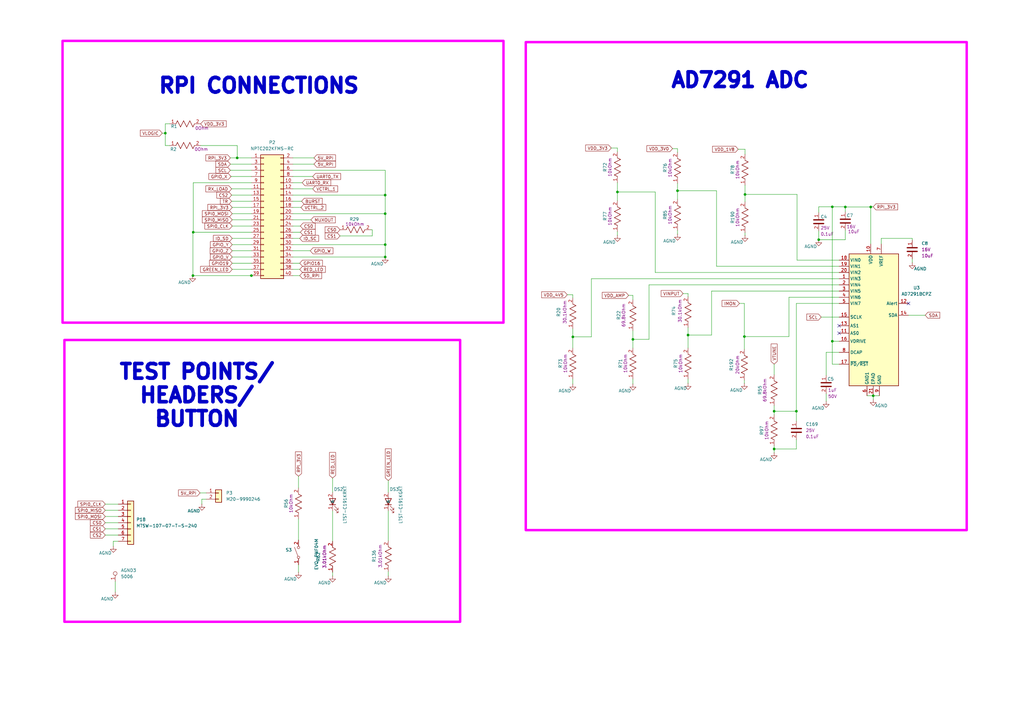
<source format=kicad_sch>
(kicad_sch (version 20250114) (generator "eeschema") (generator_version "9.0")
  (paper "A3")
  (lib_symbols
    (symbol "PABA-DP:5006"
      (property "Reference" "AGND" (at 0 0 0))
      (property "Value" "5006" (at 0 0 0))
      (symbol "5006_1_1"
        (pin passive line (at 0.254 -5.334 90) (length 2.54) (name "") (number "1"))
      )
    )
    (symbol "PABA-DP:AD7291BCPZ"
      (property "Reference" "U" (at 0 0 0))
      (property "Value" "AD7291BCPZ" (at -1.016 14.478 0))
      (symbol "AD7291BCPZ_1_1"
        (pin input line (at -13.208 -10.16 0) (length 4) (name "VIN0") (number "18"))
        (pin input line (at -13.208 -12.7 0) (length 4) (name "VIN1") (number "19"))
        (pin input line (at -13.208 -15.24 0) (length 4) (name "VIN2") (number "20"))
        (pin input line (at -13.208 -17.78 0) (length 4) (name "VIN3") (number "1"))
        (pin input line (at -13.208 -20.32 0) (length 4) (name "VIN4") (number "2"))
        (pin input line (at -13.208 -22.86 0) (length 4) (name "VIN5") (number "3"))
        (pin input line (at -13.208 -25.4 0) (length 4) (name "VIN6") (number "4"))
        (pin input line (at -13.208 -27.94 0) (length 4) (name "VIN7") (number "5"))
        (pin input line (at -13.208 -33.528 0) (length 4) (name "SCLK") (number "15"))
        (pin input line (at -13.208 -37.084 0) (length 4) (name "AS1") (number "13"))
        (pin input line (at -13.208 -40.132 0) (length 4) (name "AS0") (number "11"))
        (pin power_in line (at -13.208 -43.434 0) (length 4) (name "VDRIVE") (number "16"))
        (pin passive line (at -13.208 -48.006 0) (length 4) (name "DCAP") (number "8"))
        (pin input line (at -13.208 -52.832 0) (length 4) (name "~{PD}/~{RST}") (number "17"))
        (pin power_in line (at -1.778 -65.786 90) (length 4) (name "GND1") (number "6"))
        (pin power_in line (at -0.254 -3.556 270) (length 4) (name "VDD") (number "10"))
        (pin power_in line (at 0.762 -65.786 90) (length 4) (name "EPAD") (number "21"))
        (pin power_in line (at 3.302 -65.786 90) (length 4) (name "GND") (number "9"))
        (pin passive line (at 4.064 -3.556 270) (length 4) (name "VREF") (number "7"))
        (pin output line (at 15.24 -27.94 180) (length 4) (name "Alert") (number "12"))
        (pin output line (at 15.24 -32.766 180) (length 4) (name "SDA") (number "14"))
      )
    )
    (symbol "PABA-DP:CL10A105KB8NNNC"
      (property "Reference" "C" (at 0 0 0))
      (property "C" "1uF" (at 0 0 0))
      (property "V" "50V" (at 0 0 0))
      (symbol "CL10A105KB8NNNC_1_1"
        (pin passive line (at 1.27 -2.54 270) (length 2.794) (name "~") (number "1"))
        (pin passive line (at 1.27 -10.16 90) (length 2.794) (name "~") (number "2"))
      )
    )
    (symbol "PABA-DP:CL10B104KA8NNNC"
      (property "Reference" "C" (at 0 0 0))
      (property "V" "25V" (at 0 0 0))
      (property "C" "0.1uF" (at 0 0 0))
      (symbol "CL10B104KA8NNNC_1_1"
        (pin passive line (at 1.27 -2.54 270) (length 2.794) (name "~") (number "1"))
        (pin passive line (at 1.27 -10.16 90) (length 2.794) (name "~") (number "2"))
      )
    )
    (symbol "PABA-DP:ERJ-3EKF1002V"
      (property "Reference" "R" (at 0.508 0 0))
      (property "R" "10kOhm" (at 0 0 0))
      (symbol "ERJ-3EKF1002V_1_1"
        (pin unspecified line (at -6.35 -2.54 0) (length 2.54) (name "") (number "1"))
        (pin unspecified line (at 6.35 -2.54 180) (length 2.54) (name "") (number "2"))
      )
    )
    (symbol "PABA-DP:ERJ-3EKF2002V"
      (property "Reference" "R" (at 0.508 0 0))
      (property "R" "20kOhm" (at 0 0 0))
      (property "Acc" "1%" (at 0 0 0))
      (symbol "ERJ-3EKF2002V_1_1"
        (pin unspecified line (at -6.35 -2.54 0) (length 2.54) (name "") (number "1"))
        (pin unspecified line (at 6.35 -2.54 180) (length 2.54) (name "") (number "2"))
      )
    )
    (symbol "PABA-DP:ERJ-3EKF3011V"
      (property "Reference" "R" (at 0.508 0 0))
      (property "R" "3.01kOhm" (at 0 0 0))
      (property "Acc" "1%" (at 0 0 0))
      (symbol "ERJ-3EKF3011V_1_1"
        (pin unspecified line (at -6.35 -2.54 0) (length 2.54) (name "") (number "1"))
        (pin unspecified line (at 6.35 -2.54 180) (length 2.54) (name "") (number "2"))
      )
    )
    (symbol "PABA-DP:ERJ-3EKF3012V"
      (property "Reference" "R" (at -3.556 1.016 0))
      (property "R" "30.1kOhm" (at 0 0 0))
      (property "Acc" "1%" (at 0 0 0))
      (symbol "ERJ-3EKF3012V_1_1"
        (pin unspecified line (at -6.35 -2.54 0) (length 2.54) (name "") (number "1"))
        (pin unspecified line (at 6.35 -2.54 180) (length 2.54) (name "") (number "2"))
      )
    )
    (symbol "PABA-DP:ERJ-3EKF6982V"
      (property "Reference" "R" (at -3.556 1.016 0))
      (property "Acc" "1%" (at 0 0 0))
      (property "R" "69.8kOhm" (at 0 0 0))
      (symbol "ERJ-3EKF6982V_1_1"
        (pin unspecified line (at -6.35 -2.54 0) (length 2.54) (name "") (number "1"))
        (pin unspecified line (at 6.35 -2.54 180) (length 2.54) (name "") (number "2"))
      )
    )
    (symbol "PABA-DP:ERJ-3GEY0R00V"
      (property "Reference" "R" (at -3.556 1.016 0))
      (property "R" "0Ohm" (at 0 0 0))
      (symbol "ERJ-3GEY0R00V_1_1"
        (pin unspecified line (at -6.35 -2.54 0) (length 2.54) (name "") (number "1"))
        (pin unspecified line (at 6.35 -2.54 180) (length 2.54) (name "") (number "2"))
      )
    )
    (symbol "PABA-DP:EVQ-PNF04M"
      (property "Reference" "S" (at 0 0 0))
      (property "Value" "EVQ-PNF04M" (at 0 0 0))
      (symbol "EVQ-PNF04M_1_1"
        (pin passive line (at -4.318 7.366 0) (length 2.54) (name "") (number "1"))
        (pin passive line (at 5.842 7.366 180) (length 2.54) (name "") (number "2"))
      )
    )
    (symbol "PABA-DP:GND" (power) (pin_numbers (hide yes)) (pin_names (offset 0) (hide yes))
      (property "Value" "GND" (at 0 -3.81 0))
      (symbol "GND_1_1"
        (pin power_in line (at 0 0 270) (length 0) (name "~") (number "1"))
      )
    )
    (symbol "PABA-DP:GRM188R61C106KAALD"
      (property "Reference" "C" (at 0 0 0))
      (property "V" "16V" (at 0 0 0))
      (property "C" "10uF" (at 0 0 0))
      (symbol "GRM188R61C106KAALD_1_1"
        (pin passive line (at 1.27 -2.54 270) (length 2.794) (name "~") (number "1"))
        (pin passive line (at 1.27 -10.16 90) (length 2.794) (name "~") (number "2"))
      )
    )
    (symbol "PABA-DP:LTST-C191KGKT"
      (property "Reference" "DS" (at 0 0 0))
      (property "Value" "LTST-C191KGKT" (at 0 0 0))
      (symbol "LTST-C191KGKT_1_1"
        (pin passive line (at -2.54 5.08 0) (length 2.54) (name "K") (number "1"))
        (pin passive line (at 5.08 5.08 180) (length 2.54) (name "A") (number "2"))
      )
    )
    (symbol "PABA-DP:LTST-C191KRKT"
      (property "Reference" "DS" (at 0 0 0))
      (property "Value" "LTST-C191KRKT" (at 0 0 0))
      (symbol "LTST-C191KRKT_1_1"
        (pin passive line (at -2.54 5.08 0) (length 2.54) (name "K") (number "1"))
        (pin passive line (at 5.08 5.08 180) (length 2.54) (name "A") (number "2"))
      )
    )
    (symbol "PABA-DP:M20-9990246"
      (property "Reference" "P" (at 0 0 0))
      (property "Value" "M20-9990246" (at 0 0 0))
      (symbol "M20-9990246_1_1"
        (pin passive line (at -5.08 -4.318 0) (length 3.81) (name "") (number "1"))
        (pin passive line (at -5.08 -6.858 0) (length 3.81) (name "") (number "2"))
      )
    )
    (symbol "PABA-DP:MTSW-107-07-T-S-240"
      (property "Reference" "P" (at 0 0 0))
      (property "Value" "MTSW-107-07-T-S-240" (at 0 0 0))
      (symbol "MTSW-107-07-T-S-240_1_1"
        (pin passive line (at -4.572 21.844 0) (length 3.81) (name "") (number "1"))
        (pin passive line (at -4.572 19.304 0) (length 3.81) (name "") (number "2"))
        (pin passive line (at -4.572 16.764 0) (length 3.81) (name "") (number "3"))
        (pin passive line (at -4.572 14.224 0) (length 3.81) (name "") (number "4"))
        (pin passive line (at -4.572 11.684 0) (length 3.81) (name "") (number "5"))
        (pin passive line (at -4.572 9.144 0) (length 3.81) (name "") (number "6"))
        (pin passive line (at -4.572 6.604 0) (length 3.81) (name "") (number "7"))
      )
    )
    (symbol "PABA-DP:NPTC202KFMS-RC"
      (property "Reference" "P" (at 0 0 0))
      (property "Value" "NPTC202KFMS-RC" (at 0 0 0))
      (symbol "NPTC202KFMS-RC_1_1"
        (pin passive line (at -6.604 -2.794 0) (length 3.81) (name "") (number "1"))
        (pin passive line (at -6.604 -5.334 0) (length 3.81) (name "") (number "3"))
        (pin passive line (at -6.604 -7.874 0) (length 3.81) (name "") (number "5"))
        (pin passive line (at -6.604 -10.414 0) (length 3.81) (name "") (number "7"))
        (pin passive line (at -6.604 -12.954 0) (length 3.81) (name "") (number "9"))
        (pin passive line (at -6.604 -15.494 0) (length 3.81) (name "") (number "11"))
        (pin passive line (at -6.604 -18.034 0) (length 3.81) (name "") (number "13"))
        (pin passive line (at -6.604 -20.574 0) (length 3.81) (name "") (number "15"))
        (pin passive line (at -6.604 -23.114 0) (length 3.81) (name "") (number "17"))
        (pin passive line (at -6.604 -25.654 0) (length 3.81) (name "") (number "19"))
        (pin passive line (at -6.604 -28.194 0) (length 3.81) (name "") (number "21"))
        (pin passive line (at -6.604 -30.734 0) (length 3.81) (name "") (number "23"))
        (pin passive line (at -6.604 -33.274 0) (length 3.81) (name "") (number "25"))
        (pin passive line (at -6.604 -35.814 0) (length 3.81) (name "") (number "27"))
        (pin passive line (at -6.604 -38.354 0) (length 3.81) (name "") (number "29"))
        (pin passive line (at -6.604 -40.894 0) (length 3.81) (name "") (number "31"))
        (pin passive line (at -6.604 -43.434 0) (length 3.81) (name "") (number "33"))
        (pin passive line (at -6.604 -45.974 0) (length 3.81) (name "") (number "35"))
        (pin passive line (at -6.604 -48.514 0) (length 3.81) (name "") (number "37"))
        (pin passive line (at -6.604 -51.054 0) (length 3.81) (name "") (number "39"))
        (pin passive line (at 10.414 -2.794 180) (length 3.81) (name "") (number "2"))
        (pin passive line (at 10.414 -5.334 180) (length 3.81) (name "") (number "4"))
        (pin passive line (at 10.414 -7.874 180) (length 3.81) (name "") (number "6"))
        (pin passive line (at 10.414 -10.414 180) (length 3.81) (name "") (number "8"))
        (pin passive line (at 10.414 -12.954 180) (length 3.81) (name "") (number "10"))
        (pin passive line (at 10.414 -15.494 180) (length 3.81) (name "") (number "12"))
        (pin passive line (at 10.414 -18.034 180) (length 3.81) (name "") (number "14"))
        (pin passive line (at 10.414 -20.574 180) (length 3.81) (name "") (number "16"))
        (pin passive line (at 10.414 -23.114 180) (length 3.81) (name "") (number "18"))
        (pin passive line (at 10.414 -25.654 180) (length 3.81) (name "") (number "20"))
        (pin passive line (at 10.414 -28.194 180) (length 3.81) (name "") (number "22"))
        (pin passive line (at 10.414 -30.734 180) (length 3.81) (name "") (number "24"))
        (pin passive line (at 10.414 -33.274 180) (length 3.81) (name "") (number "26"))
        (pin passive line (at 10.414 -35.814 180) (length 3.81) (name "") (number "28"))
        (pin passive line (at 10.414 -38.354 180) (length 3.81) (name "") (number "30"))
        (pin passive line (at 10.414 -40.894 180) (length 3.81) (name "") (number "32"))
        (pin passive line (at 10.414 -43.434 180) (length 3.81) (name "") (number "34"))
        (pin passive line (at 10.414 -45.974 180) (length 3.81) (name "") (number "36"))
        (pin passive line (at 10.414 -48.514 180) (length 3.81) (name "") (number "38"))
        (pin passive line (at 10.414 -51.054 180) (length 3.81) (name "") (number "40"))
      )
    )
  )
  (rectangle (start 25.654 16.764) (end 206.502 132.334) (stroke (width 1) (color 255 0 255 1)))
  (rectangle (start 26.416 139.446) (end 188.722 255.016) (stroke (width 1) (color 255 0 255 1)))
  (rectangle (start 215.646 17.272) (end 396.494 217.424) (stroke (width 1) (color 255 0 255 1)))
  (text "TEST POINTS/\nHEADERS/\nBUTTON" (at 80.772 162.306 0) (effects (font (size 6 6) (thickness 1.6) (bold yes))))
  (text "AD7291 ADC" (at 303.53 33.02 0) (effects (font (size 6 6) (thickness 2) (bold yes))))
  (text "RPI CONNECTIONS" (at 106.172 35.306 0) (effects (font (size 6 6) (thickness 2) (bold yes))))
  (junction (at 103.124 113.03))
  (junction (at 305.562 79.756))
  (junction (at 79.1356 113.03))
  (junction (at 234.95 138.176))
  (junction (at 67.8133 54.61))
  (junction (at 341.376 84.836))
  (junction (at 317.5 184.15))
  (junction (at 358.14 162.306))
  (junction (at 326.644 168.656))
  (junction (at 157.988 105.41))
  (junction (at 282.194 137.414))
  (junction (at 157.9699 80.01))
  (junction (at 259.588 139.192))
  (junction (at 346.71 84.8928))
  (junction (at 157.9699 87.63))
  (junction (at 79.248 95.25))
  (junction (at 357.124 84.8928))
  (junction (at 305.308 138.0325))
  (junction (at 277.876 78.232))
  (junction (at 157.988 100.33))
  (junction (at 253.238 78.74))
  (junction (at 97.282 64.77))
  (junction (at 341.376 139.954))
  (junction (at 317.5 168.656))
  (junction (at 335.788 98.298))
  (no_connect (at 372.618 124.46))
  (no_connect (at 344.17 136.652))
  (no_connect (at 344.17 133.604))
  (wire (pts (xy 317.5 149.352) (xy 317.5 153.67)))
  (wire (pts (xy 122.428 234.696) (xy 122.428 231.648)))
  (wire (pts (xy 94.488 69.85) (xy 103.124 69.85)))
  (wire (pts (xy 122.936 110.49) (xy 120.142 110.49)))
  (wire (pts (xy 95.25 100.33) (xy 103.124 100.33)))
  (wire (pts (xy 136.398 236.22) (xy 136.398 234.696)))
  (wire (pts (xy 257.81 121.158) (xy 259.588 121.158)))
  (wire (pts (xy 120.142 105.41) (xy 157.988 105.41)))
  (wire (pts (xy 335.788 84.836) (xy 341.376 84.836)))
  (wire (pts (xy 157.988 69.85) (xy 157.988 80.01)))
  (wire (pts (xy 120.142 87.63) (xy 157.9699 87.63)))
  (wire (pts (xy 346.71 84.8928) (xy 346.71 86.868)))
  (wire (pts (xy 317.5 185.674) (xy 317.5 184.15)))
  (wire (pts (xy 95.25 87.63) (xy 103.124 87.63)))
  (wire (pts (xy 253.238 74.93) (xy 253.238 78.74)))
  (wire (pts (xy 293.878 109.22) (xy 293.878 78.232)))
  (wire (pts (xy 43.18 216.916) (xy 48.514 216.916)))
  (wire (pts (xy 344.17 149.352) (xy 341.376 149.352)))
  (wire (pts (xy 159.258 197.104) (xy 159.258 201.93)))
  (wire (pts (xy 358.14 84.836) (xy 357.124 84.836)))
  (wire (pts (xy 139.446 96.774) (xy 152.654 96.774)))
  (wire (pts (xy 326.898 106.68) (xy 326.898 79.756)))
  (wire (pts (xy 344.17 116.84) (xy 266.192 116.84)))
  (wire (pts (xy 157.988 80.01) (xy 157.9699 80.01)))
  (wire (pts (xy 358.14 162.306) (xy 358.14 163.83)))
  (wire (pts (xy 259.588 135.636) (xy 259.588 139.192)))
  (wire (pts (xy 152.654 96.774) (xy 152.654 94.234)))
  (wire (pts (xy 123.444 85.09) (xy 120.142 85.09)))
  (wire (pts (xy 95.25 90.17) (xy 103.124 90.17)))
  (wire (pts (xy 67.8133 54.61) (xy 67.818 54.61)))
  (wire (pts (xy 259.588 157.48) (xy 259.588 155.448)))
  (wire (pts (xy 94.488 64.77) (xy 97.282 64.77)))
  (wire (pts (xy 268.732 111.76) (xy 268.732 78.74)))
  (wire (pts (xy 123.19 92.71) (xy 120.142 92.71)))
  (wire (pts (xy 97.282 64.77) (xy 103.124 64.77)))
  (wire (pts (xy 326.644 184.15) (xy 317.5 184.15)))
  (wire (pts (xy 97.282 59.69) (xy 97.282 64.77)))
  (wire (pts (xy 122.936 107.95) (xy 120.142 107.95)))
  (wire (pts (xy 355.6 162.306) (xy 358.14 162.306)))
  (wire (pts (xy 341.376 149.352) (xy 341.376 139.954)))
  (wire (pts (xy 46.482 224.028) (xy 46.482 221.996)))
  (wire (pts (xy 344.17 114.3) (xy 242.57 114.3)))
  (wire (pts (xy 305.562 75.946) (xy 305.562 79.756)))
  (wire (pts (xy 303.276 124.46) (xy 305.308 124.46)))
  (wire (pts (xy 79.1356 113.03) (xy 103.124 113.03)))
  (wire (pts (xy 326.898 79.756) (xy 305.562 79.756)))
  (wire (pts (xy 305.308 157.226) (xy 305.308 155.956)))
  (wire (pts (xy 305.308 138.0325) (xy 305.308 143.256)))
  (wire (pts (xy 94.996 80.01) (xy 103.124 80.01)))
  (wire (pts (xy 361.442 100.076) (xy 361.442 97.79)))
  (wire (pts (xy 338.836 164.592) (xy 338.836 161.544)))
  (wire (pts (xy 374.142 97.79) (xy 374.142 98.552)))
  (wire (pts (xy 46.482 221.996) (xy 48.514 221.996)))
  (wire (pts (xy 344.17 106.68) (xy 326.898 106.68)))
  (wire (pts (xy 79.1356 113.03) (xy 78.994 113.03)))
  (wire (pts (xy 67.8133 59.69) (xy 67.8133 54.61)))
  (wire (pts (xy 122.936 113.03) (xy 120.142 113.03)))
  (wire (pts (xy 66.548 54.61) (xy 67.8133 54.61)))
  (wire (pts (xy 157.9699 87.63) (xy 157.9699 80.01)))
  (wire (pts (xy 275.844 60.96) (xy 277.876 60.96)))
  (wire (pts (xy 47.244 242.824) (xy 47.244 238.506)))
  (wire (pts (xy 277.876 75.184) (xy 277.876 78.232)))
  (wire (pts (xy 317.5 168.656) (xy 317.5 170.18)))
  (wire (pts (xy 103.124 74.93) (xy 79.248 74.93)))
  (wire (pts (xy 67.818 54.61) (xy 67.818 50.8)))
  (wire (pts (xy 379.476 129.286) (xy 372.618 129.286)))
  (wire (pts (xy 335.788 98.298) (xy 346.71 98.298)))
  (wire (pts (xy 234.95 142.748) (xy 234.95 138.176)))
  (wire (pts (xy 357.124 84.8928) (xy 357.124 100.076)))
  (wire (pts (xy 122.428 195.326) (xy 122.428 200.152)))
  (wire (pts (xy 79.248 74.93) (xy 79.248 95.25)))
  (wire (pts (xy 291.846 137.414) (xy 282.194 137.414)))
  (wire (pts (xy 341.376 84.836) (xy 341.376 139.954)))
  (wire (pts (xy 94.488 67.31) (xy 103.124 67.31)))
  (wire (pts (xy 317.5 166.37) (xy 317.5 168.656)))
  (wire (pts (xy 242.57 138.176) (xy 234.95 138.176)))
  (wire (pts (xy 43.18 209.296) (xy 48.514 209.296)))
  (wire (pts (xy 122.428 212.852) (xy 122.428 221.488)))
  (wire (pts (xy 43.18 211.836) (xy 48.514 211.836)))
  (wire (pts (xy 326.644 172.72) (xy 326.644 168.656)))
  (wire (pts (xy 43.18 214.376) (xy 48.514 214.376)))
  (wire (pts (xy 266.192 116.84) (xy 266.192 139.192)))
  (wire (pts (xy 94.996 82.55) (xy 103.124 82.55)))
  (wire (pts (xy 82.042 202.184) (xy 84.582 202.184)))
  (wire (pts (xy 305.562 96.52) (xy 305.562 95.504)))
  (wire (pts (xy 128.27 77.47) (xy 120.142 77.47)))
  (wire (pts (xy 277.876 60.96) (xy 277.876 62.484)))
  (wire (pts (xy 305.308 124.46) (xy 305.308 138.0325)))
  (wire (pts (xy 82.804 206.756) (xy 82.804 204.724)))
  (wire (pts (xy 95.25 97.79) (xy 103.124 97.79)))
  (wire (pts (xy 43.18 219.456) (xy 48.514 219.456)))
  (wire (pts (xy 152.654 94.234) (xy 152.146 94.234)))
  (wire (pts (xy 67.818 50.8) (xy 69.596 50.8)))
  (wire (pts (xy 259.588 139.192) (xy 259.588 142.748)))
  (wire (pts (xy 95.25 85.09) (xy 103.124 85.09)))
  (wire (pts (xy 326.644 168.656) (xy 317.5 168.656)))
  (wire (pts (xy 43.18 206.756) (xy 48.514 206.756)))
  (wire (pts (xy 79.1356 113.03) (xy 79.1356 95.25)))
  (wire (pts (xy 282.194 120.396) (xy 282.194 121.666)))
  (wire (pts (xy 136.398 221.996) (xy 136.398 209.55)))
  (wire (pts (xy 323.596 121.92) (xy 323.596 138.0325)))
  (wire (pts (xy 346.71 94.488) (xy 346.71 98.298)))
  (wire (pts (xy 338.836 144.526) (xy 344.17 144.526)))
  (wire (pts (xy 234.95 157.48) (xy 234.95 155.448)))
  (wire (pts (xy 282.194 134.366) (xy 282.194 137.414)))
  (wire (pts (xy 232.664 120.904) (xy 234.95 120.904)))
  (wire (pts (xy 317.5 184.15) (xy 317.5 182.88)))
  (wire (pts (xy 123.952 74.93) (xy 120.142 74.93)))
  (wire (pts (xy 234.95 138.176) (xy 234.95 134.874)))
  (wire (pts (xy 282.194 157.226) (xy 282.194 155.448)))
  (wire (pts (xy 305.562 61.214) (xy 305.562 63.246)))
  (wire (pts (xy 128.27 72.39) (xy 120.142 72.39)))
  (wire (pts (xy 234.95 120.904) (xy 234.95 122.174)))
  (wire (pts (xy 242.57 114.3) (xy 242.57 138.176)))
  (wire (pts (xy 282.194 137.414) (xy 282.194 142.748)))
  (wire (pts (xy 94.742 72.39) (xy 103.124 72.39)))
  (wire (pts (xy 122.936 97.79) (xy 120.142 97.79)))
  (wire (pts (xy 136.398 196.088) (xy 136.398 201.93)))
  (wire (pts (xy 253.238 60.706) (xy 253.238 62.23)))
  (wire (pts (xy 336.804 130.048) (xy 344.17 130.048)))
  (wire (pts (xy 123.19 95.25) (xy 120.142 95.25)))
  (wire (pts (xy 94.996 77.47) (xy 103.124 77.47)))
  (wire (pts (xy 344.17 121.92) (xy 323.596 121.92)))
  (wire (pts (xy 120.142 100.33) (xy 157.988 100.33)))
  (wire (pts (xy 157.988 105.41) (xy 157.988 100.33)))
  (wire (pts (xy 335.788 87.122) (xy 335.788 84.836)))
  (wire (pts (xy 128.778 64.77) (xy 120.142 64.77)))
  (wire (pts (xy 338.836 153.924) (xy 338.836 144.526)))
  (wire (pts (xy 95.25 107.95) (xy 103.124 107.95)))
  (wire (pts (xy 95.25 92.71) (xy 103.124 92.71)))
  (wire (pts (xy 95.25 105.41) (xy 103.124 105.41)))
  (wire (pts (xy 344.17 109.22) (xy 293.878 109.22)))
  (wire (pts (xy 82.804 204.724) (xy 84.582 204.724)))
  (wire (pts (xy 277.876 96.012) (xy 277.876 94.488)))
  (wire (pts (xy 127.254 102.87) (xy 120.142 102.87)))
  (wire (pts (xy 259.588 121.158) (xy 259.588 122.936)))
  (wire (pts (xy 253.238 78.74) (xy 253.238 82.296)))
  (wire (pts (xy 323.596 138.0325) (xy 305.308 138.0325)))
  (wire (pts (xy 341.376 84.836) (xy 346.71 84.836)))
  (wire (pts (xy 291.846 119.38) (xy 291.846 137.414)))
  (wire (pts (xy 95.25 102.87) (xy 103.124 102.87)))
  (wire (pts (xy 95.25 110.49) (xy 103.124 110.49)))
  (wire (pts (xy 346.71 84.8928) (xy 357.124 84.8928)))
  (wire (pts (xy 159.258 221.742) (xy 159.258 209.55)))
  (wire (pts (xy 293.878 78.232) (xy 277.876 78.232)))
  (wire (pts (xy 341.376 139.954) (xy 344.17 139.954)))
  (wire (pts (xy 357.124 84.836) (xy 357.124 84.8928)))
  (wire (pts (xy 266.192 139.192) (xy 259.588 139.192)))
  (wire (pts (xy 326.644 168.656) (xy 326.644 124.46)))
  (wire (pts (xy 69.596 59.69) (xy 67.8133 59.69)))
  (wire (pts (xy 79.248 95.25) (xy 103.124 95.25)))
  (wire (pts (xy 157.988 87.63) (xy 157.988 100.33)))
  (wire (pts (xy 305.562 79.756) (xy 305.562 82.804)))
  (wire (pts (xy 326.644 124.46) (xy 344.17 124.46)))
  (wire (pts (xy 361.442 97.79) (xy 374.142 97.79)))
  (wire (pts (xy 335.788 94.742) (xy 335.788 98.298)))
  (wire (pts (xy 280.162 120.396) (xy 282.194 120.396)))
  (wire (pts (xy 157.9699 80.01) (xy 120.142 80.01)))
  (wire (pts (xy 344.17 119.38) (xy 291.846 119.38)))
  (wire (pts (xy 157.988 87.63) (xy 157.9699 87.63)))
  (wire (pts (xy 128.778 67.31) (xy 120.142 67.31)))
  (wire (pts (xy 120.142 69.85) (xy 157.988 69.85)))
  (wire (pts (xy 250.698 60.706) (xy 253.238 60.706)))
  (wire (pts (xy 268.732 78.74) (xy 253.238 78.74)))
  (wire (pts (xy 277.876 78.232) (xy 277.876 81.788)))
  (wire (pts (xy 358.14 162.306) (xy 360.68 162.306)))
  (wire (pts (xy 374.142 107.696) (xy 374.142 106.172)))
  (wire (pts (xy 326.644 180.34) (xy 326.644 184.15)))
  (wire (pts (xy 127.508 90.17) (xy 120.142 90.17)))
  (wire (pts (xy 253.238 96.52) (xy 253.238 94.996)))
  (wire (pts (xy 344.17 111.76) (xy 268.732 111.76)))
  (wire (pts (xy 103.2364 113.03) (xy 103.124 113.03)))
  (wire (pts (xy 302.768 61.214) (xy 305.562 61.214)))
  (wire (pts (xy 82.296 59.69) (xy 97.282 59.69)))
  (wire (pts (xy 159.258 236.22) (xy 159.258 234.442)))
  (wire (pts (xy 346.71 84.836) (xy 346.71 84.8928)))
  (wire (pts (xy 79.1356 95.25) (xy 79.248 95.25)))
  (wire (pts (xy 123.698 82.55) (xy 120.142 82.55)))
  (global_label "GPIO_V" (shape input) (at 95.25 105.41 180) (property "Intersheetrefs" "${INTERSHEET_REFS}" (effects (hide yes))))
  (global_label "ID_SD" (shape input) (at 95.25 97.79 180) (property "Intersheetrefs" "${INTERSHEET_REFS}" (effects (hide yes))))
  (global_label "SPI0_CLK" (shape input) (at 95.25 92.71 180) (property "Intersheetrefs" "${INTERSHEET_REFS}" (effects (hide yes))))
  (global_label "GPIO_Y" (shape input) (at 95.25 100.33 180) (property "Intersheetrefs" "${INTERSHEET_REFS}" (effects (hide yes))))
  (global_label "VDD_3V3" (shape input) (at 82.296 50.8 0) (property "Intersheetrefs" "${INTERSHEET_REFS}" (effects (hide yes))))
  (global_label "RPI_3V3" (shape input) (at 94.488 64.77 180) (property "Intersheetrefs" "${INTERSHEET_REFS}" (effects (hide yes))))
  (global_label "GPIO_Z" (shape input) (at 95.25 102.87 180) (property "Intersheetrefs" "${INTERSHEET_REFS}" (effects (hide yes))))
  (global_label "VLOGIC" (shape input) (at 66.548 54.61 180) (property "Intersheetrefs" "${INTERSHEET_REFS}" (effects (hide yes))))
  (global_label "UART0_RX" (shape input) (at 123.952 74.93 0) (property "Intersheetrefs" "${INTERSHEET_REFS}" (effects (hide yes))))
  (global_label "SPI0_MISO" (shape input) (at 95.25 90.17 180) (property "Intersheetrefs" "${INTERSHEET_REFS}" (effects (hide yes))))
  (global_label "VDD_3V0" (shape input) (at 275.844 60.96 180) (property "Intersheetrefs" "${INTERSHEET_REFS}" (effects (hide yes))))
  (global_label "VINPUT" (shape input) (at 280.162 120.396 180) (property "Intersheetrefs" "${INTERSHEET_REFS}" (effects (hide yes))))
  (global_label "5V_RPI" (shape input) (at 128.778 67.31 0) (property "Intersheetrefs" "${INTERSHEET_REFS}" (effects (hide yes))))
  (global_label "SCL" (shape input) (at 94.488 69.85 180) (property "Intersheetrefs" "${INTERSHEET_REFS}" (effects (hide yes))))
  (global_label "RED_LED" (shape input) (at 122.936 110.49 0) (property "Intersheetrefs" "${INTERSHEET_REFS}" (effects (hide yes))))
  (global_label "VCTRL_1" (shape input) (at 128.27 77.47 0) (property "Intersheetrefs" "${INTERSHEET_REFS}" (effects (hide yes))))
  (global_label "RPI_3V3" (shape input) (at 358.14 84.836 0) (property "Intersheetrefs" "${INTERSHEET_REFS}" (effects (hide yes))))
  (global_label "RPI_3V3" (shape input) (at 122.428 195.326 90) (property "Intersheetrefs" "${INTERSHEET_REFS}" (effects (hide yes))))
  (global_label "SPI0_MOSI" (shape input) (at 95.25 87.63 180) (property "Intersheetrefs" "${INTERSHEET_REFS}" (effects (hide yes))))
  (global_label "ID_SC" (shape input) (at 122.936 97.79 0) (property "Intersheetrefs" "${INTERSHEET_REFS}" (effects (hide yes))))
  (global_label "SD_RPI" (shape input) (at 122.936 113.03 0) (property "Intersheetrefs" "${INTERSHEET_REFS}" (effects (hide yes))))
  (global_label "VDD_1V8" (shape input) (at 302.768 61.214 180) (property "Intersheetrefs" "${INTERSHEET_REFS}" (effects (hide yes))))
  (global_label "SDA" (shape input) (at 94.488 67.31 180) (property "Intersheetrefs" "${INTERSHEET_REFS}" (effects (hide yes))))
  (global_label "VCTRL_2" (shape input) (at 123.444 85.09 0) (property "Intersheetrefs" "${INTERSHEET_REFS}" (effects (hide yes))))
  (global_label "CS1" (shape input) (at 43.18 216.916 180) (property "Intersheetrefs" "${INTERSHEET_REFS}" (effects (hide yes))))
  (global_label "SDA" (shape input) (at 379.476 129.286 0) (property "Intersheetrefs" "${INTERSHEET_REFS}" (effects (hide yes))))
  (global_label "CS2" (shape input) (at 43.18 219.456 180) (property "Intersheetrefs" "${INTERSHEET_REFS}" (effects (hide yes))))
  (global_label "CS2" (shape input) (at 94.996 80.01 180) (property "Intersheetrefs" "${INTERSHEET_REFS}" (effects (hide yes))))
  (global_label "VDD_3V3" (shape input) (at 250.698 60.706 180) (property "Intersheetrefs" "${INTERSHEET_REFS}" (effects (hide yes))))
  (global_label "UART0_TX" (shape input) (at 128.27 72.39 0) (property "Intersheetrefs" "${INTERSHEET_REFS}" (effects (hide yes))))
  (global_label "VDD_AMP" (shape input) (at 257.81 121.158 180) (property "Intersheetrefs" "${INTERSHEET_REFS}" (effects (hide yes))))
  (global_label "IMON" (shape input) (at 303.276 124.46 180) (property "Intersheetrefs" "${INTERSHEET_REFS}" (effects (hide yes))))
  (global_label "VTUNE" (shape input) (at 317.5 149.352 90) (property "Intersheetrefs" "${INTERSHEET_REFS}" (effects (hide yes))))
  (global_label "GPIO_X" (shape input) (at 94.742 72.39 180) (property "Intersheetrefs" "${INTERSHEET_REFS}" (effects (hide yes))))
  (global_label "GREEN_LED" (shape input) (at 159.258 197.104 90) (property "Intersheetrefs" "${INTERSHEET_REFS}" (effects (hide yes))))
  (global_label "RPI_3V3" (shape input) (at 95.25 85.09 180) (property "Intersheetrefs" "${INTERSHEET_REFS}" (effects (hide yes))))
  (global_label "SPI0_MOSI" (shape input) (at 43.18 211.836 180) (property "Intersheetrefs" "${INTERSHEET_REFS}" (effects (hide yes))))
  (global_label "GPIO_W" (shape input) (at 127.254 102.87 0) (property "Intersheetrefs" "${INTERSHEET_REFS}" (effects (hide yes))))
  (global_label "SPI0_CLK" (shape input) (at 43.18 206.756 180) (property "Intersheetrefs" "${INTERSHEET_REFS}" (effects (hide yes))))
  (global_label "CS0" (shape input) (at 139.446 94.234 180) (property "Intersheetrefs" "${INTERSHEET_REFS}" (effects (hide yes))))
  (global_label "5V_RPI" (shape input) (at 128.778 64.77 0) (property "Intersheetrefs" "${INTERSHEET_REFS}" (effects (hide yes))))
  (global_label "SPI0_MISO" (shape input) (at 43.18 209.296 180) (property "Intersheetrefs" "${INTERSHEET_REFS}" (effects (hide yes))))
  (global_label "RX_LOAD" (shape input) (at 94.996 77.47 180) (property "Intersheetrefs" "${INTERSHEET_REFS}" (effects (hide yes))))
  (global_label "CS0" (shape input) (at 123.19 92.71 0) (property "Intersheetrefs" "${INTERSHEET_REFS}" (effects (hide yes))))
  (global_label "RED_LED" (shape input) (at 136.398 196.088 90) (property "Intersheetrefs" "${INTERSHEET_REFS}" (effects (hide yes))))
  (global_label "GPIO16" (shape input) (at 122.936 107.95 0) (property "Intersheetrefs" "${INTERSHEET_REFS}" (effects (hide yes))))
  (global_label "GREEN_LED" (shape input) (at 95.25 110.49 180) (property "Intersheetrefs" "${INTERSHEET_REFS}" (effects (hide yes))))
  (global_label "VDD_4V5" (shape input) (at 232.664 120.904 180) (property "Intersheetrefs" "${INTERSHEET_REFS}" (effects (hide yes))))
  (global_label "CS1" (shape input) (at 139.446 96.774 180) (property "Intersheetrefs" "${INTERSHEET_REFS}" (effects (hide yes))))
  (global_label "CS1" (shape input) (at 123.19 95.25 0) (property "Intersheetrefs" "${INTERSHEET_REFS}" (effects (hide yes))))
  (global_label "BURST" (shape input) (at 123.698 82.55 0) (property "Intersheetrefs" "${INTERSHEET_REFS}" (effects (hide yes))))
  (global_label "CS0" (shape input) (at 43.18 214.376 180) (property "Intersheetrefs" "${INTERSHEET_REFS}" (effects (hide yes))))
  (global_label "5V_RPI" (shape input) (at 82.042 202.184 180) (property "Intersheetrefs" "${INTERSHEET_REFS}" (effects (hide yes))))
  (global_label "TR" (shape input) (at 94.996 82.55 180) (property "Intersheetrefs" "${INTERSHEET_REFS}" (effects (hide yes))))
  (global_label "MUXOUT" (shape input) (at 127.508 90.17 0) (property "Intersheetrefs" "${INTERSHEET_REFS}" (effects (hide yes))))
  (global_label "GPIO19" (shape input) (at 95.25 107.95 180) (property "Intersheetrefs" "${INTERSHEET_REFS}" (effects (hide yes))))
  (global_label "SCL" (shape input) (at 336.804 130.048 180) (property "Intersheetrefs" "${INTERSHEET_REFS}" (effects (hide yes))))
  (symbol (lib_id "PABA-DP:GND") (at 47.244 242.824 0) (unit 1)
    (property "Reference" "#PWR0271" (effects (hide yes)))
    (property "Value" "AGND" (at 43.942 245.618 0))
    (property "Description" "Power symbol creates a global label with name \"GND\" , ground" (effects (hide yes)))
  )
  (symbol (lib_id "PABA-DP:M20-9990246") (at 89.662 197.866 0) (unit 1)
    (property "Reference" "P3" (at 92.71 202.1839 0) (effects (justify left)))
    (property "Value" "M20-9990246" (at 92.71 204.7239 0) (effects (justify left)))
    (property "Footprint" "Connector_PinHeader_2.54mm:PinHeader_1x02_P2.54mm_Vertical" (effects (hide yes)))
    (property "Datasheet" "https://cdn.harwin.com/pdfs/M20-999.pdf" (effects (hide yes)))
    (property "Description" "Connector Header Through Hole 2 position 0.100\" (2.54mm)" (effects (hide yes)))
  )
  (symbol (lib_id "PABA-DP:ERJ-3EKF1002V") (at 250.698 88.646 90) (unit 1)
    (property "Reference" "R77" (at 248.158 88.646 0))
    (property "Value" "ERJ-3EKF1002V" (effects (hide yes)))
    (property "Footprint" "Resistor_SMD:R_0603_1608Metric" (effects (hide yes)))
    (property "Datasheet" "https://industrial.panasonic.com/cdbs/www-data/pdf/RDA0000/AOA0000C304.pdf" (effects (hide yes)))
    (property "Description" "RES SMD 10K OHM 1% 1/10W 0603" (effects (hide yes)))
    (property "R" "10kOhm" (at 250.19 88.646 0))
    (property "P" "0.1W" (effects (hide yes)))
    (property "Acc" "1%" (effects (hide yes)))
  )
  (symbol (lib_id "PABA-DP:ERJ-3EKF1002V") (at 303.022 69.596 90) (unit 1)
    (property "Reference" "R78" (at 300.482 69.596 0))
    (property "Value" "ERJ-3EKF1002V" (effects (hide yes)))
    (property "Footprint" "Resistor_SMD:R_0603_1608Metric" (effects (hide yes)))
    (property "Datasheet" "https://industrial.panasonic.com/cdbs/www-data/pdf/RDA0000/AOA0000C304.pdf" (effects (hide yes)))
    (property "Description" "RES SMD 10K OHM 1% 1/10W 0603" (effects (hide yes)))
    (property "R" "10kOhm" (at 302.514 69.596 0))
    (property "P" "0.1W" (effects (hide yes)))
    (property "Acc" "1%" (effects (hide yes)))
  )
  (symbol (lib_id "PABA-DP:ERJ-3EKF6982V") (at 314.96 160.02 90) (unit 1)
    (property "Reference" "R55" (at 311.658 160.02 0))
    (property "Value" "ERJ-3EKF6982V" (effects (hide yes)))
    (property "Footprint" "Resistor_SMD:R_0603_1608Metric" (effects (hide yes)))
    (property "Datasheet" "https://industrial.panasonic.com/cdbs/www-data/pdf/RDA0000/AOA0000C304.pdf" (effects (hide yes)))
    (property "Description" "RES SMD 69.8K OHM 1% 1/10W 0603" (effects (hide yes)))
    (property "Acc" "1%" (effects (hide yes)))
    (property "R" "69.8kOhm" (at 313.69 160.02 0))
    (property "P" "0.1W" (effects (hide yes)))
  )
  (symbol (lib_id "PABA-DP:GND") (at 78.994 113.03 0) (unit 1)
    (property "Reference" "#PWR0268" (effects (hide yes)))
    (property "Value" "AGND" (at 75.692 115.824 0))
    (property "Description" "Power symbol creates a global label with name \"GND\" , ground" (effects (hide yes)))
  )
  (symbol (lib_id "PABA-DP:GND") (at 234.95 157.48 0) (unit 1)
    (property "Reference" "#PWR0276" (effects (hide yes)))
    (property "Value" "AGND" (at 231.648 160.274 0))
    (property "Description" "Power symbol creates a global label with name \"GND\" , ground" (effects (hide yes)))
  )
  (symbol (lib_id "PABA-DP:GND") (at 305.562 96.52 0) (unit 1)
    (property "Reference" "#PWR0284" (effects (hide yes)))
    (property "Value" "AGND" (at 302.26 99.314 0))
    (property "Description" "Power symbol creates a global label with name \"GND\" , ground" (effects (hide yes)))
  )
  (symbol (lib_id "PABA-DP:ERJ-3EKF1002V") (at 145.796 91.694 0) (unit 1)
    (property "Reference" "R29" (at 145.288 89.916 0))
    (property "Value" "ERJ-3EKF1002V" (effects (hide yes)))
    (property "Footprint" "Resistor_SMD:R_0603_1608Metric" (effects (hide yes)))
    (property "Datasheet" "https://industrial.panasonic.com/cdbs/www-data/pdf/RDA0000/AOA0000C304.pdf" (effects (hide yes)))
    (property "Description" "RES SMD 10K OHM 1% 1/10W 0603" (effects (hide yes)))
    (property "R" "10kOhm" (at 145.542 91.948 0))
    (property "Acc" "1%" (effects (hide yes)))
    (property "P" "0.1W" (effects (hide yes)))
  )
  (symbol (lib_id "PABA-DP:GND") (at 317.5 185.674 0) (unit 1)
    (property "Reference" "#PWR0280" (effects (hide yes)))
    (property "Value" "AGND" (at 314.198 188.468 0))
    (property "Description" "Power symbol creates a global label with name \"GND\" , ground" (effects (hide yes)))
  )
  (symbol (lib_id "PABA-DP:GND") (at 335.788 98.298 0) (unit 1)
    (property "Reference" "#PWR0282" (effects (hide yes)))
    (property "Value" "AGND" (at 332.486 101.092 0))
    (property "Description" "Power symbol creates a global label with name \"GND\" , ground" (effects (hide yes)))
  )
  (symbol (lib_id "PABA-DP:ERJ-3EKF1002V") (at 303.022 89.154 90) (unit 1)
    (property "Reference" "R190" (at 300.482 89.154 0))
    (property "Value" "ERJ-3EKF1002V" (effects (hide yes)))
    (property "Footprint" "Resistor_SMD:R_0603_1608Metric" (effects (hide yes)))
    (property "Datasheet" "https://industrial.panasonic.com/cdbs/www-data/pdf/RDA0000/AOA0000C304.pdf" (effects (hide yes)))
    (property "Description" "RES SMD 10K OHM 1% 1/10W 0603" (effects (hide yes)))
    (property "R" "10kOhm" (at 302.514 89.154 0))
    (property "P" "0.1W" (effects (hide yes)))
    (property "Acc" "1%" (effects (hide yes)))
  )
  (symbol (lib_id "PABA-DP:GND") (at 82.804 206.756 0) (unit 1)
    (property "Reference" "#PWR0272" (effects (hide yes)))
    (property "Value" "AGND" (at 79.502 209.55 0))
    (property "Description" "Power symbol creates a global label with name \"GND\" , ground" (effects (hide yes)))
  )
  (symbol (lib_id "PABA-DP:CL10A105KB8NNNC") (at 337.566 151.384 0) (unit 1)
    (property "Reference" "C5" (at 339.344 155.448 0) (effects (justify left)))
    (property "Value" "CL10A105KB8NNNC" (effects (hide yes)))
    (property "Footprint" "Capacitor_SMD:C_0603_1608Metric" (effects (hide yes)))
    (property "Datasheet" "https://mm.digikey.com/Volume0/opasdata/d220001/medias/docus/658/CL10A105KB8NNNC_Spec.pdf" (effects (hide yes)))
    (property "Description" "1 µF ±10% 50V Ceramic Capacitor X5R 0603 (1608 Metric)" (effects (hide yes)))
    (property "Acc" "10%" (effects (hide yes)))
    (property "C" "1uF" (at 339.598 160.02 0) (effects (justify left)))
    (property "V" "50V" (at 339.598 162.56 0) (effects (justify left)))
  )
  (symbol (lib_id "PABA-DP:ERJ-3EKF1002V") (at 279.654 149.098 90) (unit 1)
    (property "Reference" "R75" (at 277.114 149.098 0))
    (property "Value" "ERJ-3EKF1002V" (effects (hide yes)))
    (property "Footprint" "Resistor_SMD:R_0603_1608Metric" (effects (hide yes)))
    (property "Datasheet" "https://industrial.panasonic.com/cdbs/www-data/pdf/RDA0000/AOA0000C304.pdf" (effects (hide yes)))
    (property "Description" "RES SMD 10K OHM 1% 1/10W 0603" (effects (hide yes)))
    (property "R" "10kOhm" (at 279.146 149.098 0))
    (property "P" "0.1W" (effects (hide yes)))
    (property "Acc" "1%" (effects (hide yes)))
  )
  (symbol (lib_id "PABA-DP:GND") (at 159.258 236.22 0) (unit 1)
    (property "Reference" "#PWR0275" (effects (hide yes)))
    (property "Value" "AGND" (at 155.956 239.014 0))
    (property "Description" "Power symbol creates a global label with name \"GND\" , ground" (effects (hide yes)))
  )
  (symbol (lib_id "PABA-DP:GND") (at 259.588 157.48 0) (unit 1)
    (property "Reference" "#PWR0277" (effects (hide yes)))
    (property "Value" "AGND" (at 256.286 160.274 0))
    (property "Description" "Power symbol creates a global label with name \"GND\" , ground" (effects (hide yes)))
  )
  (symbol (lib_id "PABA-DP:GND") (at 157.988 105.41 0) (unit 1)
    (property "Reference" "#PWR0269" (effects (hide yes)))
    (property "Value" "AGND" (at 154.686 108.204 0))
    (property "Description" "Power symbol creates a global label with name \"GND\" , ground" (effects (hide yes)))
  )
  (symbol (lib_id "PABA-DP:ERJ-3EKF2002V") (at 302.768 149.606 90) (unit 1)
    (property "Reference" "R192" (at 299.974 149.606 0))
    (property "Value" "ERJ-3EKF2002V" (effects (hide yes)))
    (property "Footprint" "Resistor_SMD:R_0603_1608Metric" (effects (hide yes)))
    (property "Datasheet" "https://industrial.panasonic.com/cdbs/www-data/pdf/RDA0000/AOA0000C304.pdf" (effects (hide yes)))
    (property "Description" "RES SMD 20K OHM 1% 1/10W 0603" (effects (hide yes)))
    (property "R" "20kOhm" (at 302.514 149.606 0))
    (property "Acc" "1%" (effects (hide yes)))
    (property "P" "0.1W" (effects (hide yes)))
  )
  (symbol (lib_id "PABA-DP:EVQ-PNF04M") (at 129.794 227.33 90) (unit 1)
    (property "Reference" "S3" (at 117.094 225.552 90) (effects (justify right)))
    (property "Value" "EVQ-PNF04M" (at 129.794 227.33 0))
    (property "Footprint" "Custom:EVQ-PNF04M" (effects (hide yes)))
    (property "Datasheet" "https://www3.panasonic.biz/ac/e_download/control/switch/light-touch/catalog/sw_lt_eng_6035s.pdf" (effects (hide yes)))
    (property "Description" "SWITCH TACTILE SPST-NO 0.05A 12V" (effects (hide yes)))
  )
  (symbol (lib_id "PABA-DP:ERJ-3GEY0R00V") (at 75.946 48.26 0) (unit 1)
    (property "Reference" "R1" (at 71.374 51.816 0))
    (property "Value" "ERJ-3GEY0R00V" (effects (hide yes)))
    (property "Footprint" "Resistor_SMD:R_0603_1608Metric" (effects (hide yes)))
    (property "Datasheet" "https://industrial.panasonic.com/ww/products/pt/general-purpose-chip-resistors/models/ERJ3GEY0R00V" (effects (hide yes)))
    (property "Description" "RES SMD 0 OHM JUMPER 1/10W 0603" (effects (hide yes)))
    (property "R" "0Ohm" (at 82.804 52.578 0))
    (property "Acc" "1%" (effects (hide yes)))
    (property "P" "0.1W" (effects (hide yes)))
  )
  (symbol (lib_id "PABA-DP:GND") (at 374.142 107.696 0) (unit 1)
    (property "Reference" "#PWR0283" (effects (hide yes)))
    (property "Value" "AGND" (at 377.444 110.236 0))
    (property "Description" "Power symbol creates a global label with name \"GND\" , ground" (effects (hide yes)))
  )
  (symbol (lib_id "PABA-DP:GND") (at 338.836 164.592 0) (unit 1)
    (property "Reference" "#PWR0281" (effects (hide yes)))
    (property "Value" "AGND" (at 335.534 167.386 0))
    (property "Description" "Power symbol creates a global label with name \"GND\" , ground" (effects (hide yes)))
  )
  (symbol (lib_id "PABA-DP:ERJ-3GEY0R00V") (at 75.946 57.15 0) (unit 1)
    (property "Reference" "R2" (at 71.12 61.214 0))
    (property "Value" "ERJ-3GEY0R00V" (effects (hide yes)))
    (property "Footprint" "Resistor_SMD:R_0603_1608Metric" (effects (hide yes)))
    (property "Datasheet" "https://industrial.panasonic.com/ww/products/pt/general-purpose-chip-resistors/models/ERJ3GEY0R00V" (effects (hide yes)))
    (property "Description" "RES SMD 0 OHM JUMPER 1/10W 0603" (effects (hide yes)))
    (property "R" "0Ohm" (at 82.55 61.214 0))
    (property "Acc" "1%" (effects (hide yes)))
    (property "P" "0.1W" (effects (hide yes)))
  )
  (symbol (lib_id "PABA-DP:GRM188R61C106KAALD") (at 372.872 96.012 0) (unit 1)
    (property "Reference" "C8" (at 377.952 99.8219 0) (effects (justify left)))
    (property "Value" "GRM188R61C106KAALD" (effects (hide yes)))
    (property "Footprint" "Capacitor_SMD:C_0603_1608Metric" (effects (hide yes)))
    (property "Datasheet" "https://search.murata.co.jp/Ceramy/image/img/A01X/G101/ENG/GRM188R61C106KAAL-01.pdf" (effects (hide yes)))
    (property "Description" "10 µF ±10% 16V Ceramic Capacitor X5R 0603 (1608 Metric)" (effects (hide yes)))
    (property "Acc" "10%" (effects (hide yes)))
    (property "V" "16V" (at 377.952 102.3619 0) (effects (justify left)))
    (property "C" "10uF" (at 377.952 104.9019 0) (effects (justify left)))
  )
  (symbol (lib_id "PABA-DP:GND") (at 305.308 157.226 0) (unit 1)
    (property "Reference" "#PWR0279" (effects (hide yes)))
    (property "Value" "AGND" (at 302.006 160.02 0))
    (property "Description" "Power symbol creates a global label with name \"GND\" , ground" (effects (hide yes)))
  )
  (symbol (lib_id "PABA-DP:ERJ-3EKF1002V") (at 275.336 68.834 90) (unit 1)
    (property "Reference" "R76" (at 272.796 68.834 0))
    (property "Value" "ERJ-3EKF1002V" (effects (hide yes)))
    (property "Footprint" "Resistor_SMD:R_0603_1608Metric" (effects (hide yes)))
    (property "Datasheet" "https://industrial.panasonic.com/cdbs/www-data/pdf/RDA0000/AOA0000C304.pdf" (effects (hide yes)))
    (property "Description" "RES SMD 10K OHM 1% 1/10W 0603" (effects (hide yes)))
    (property "R" "10kOhm" (at 274.828 68.834 0))
    (property "P" "0.1W" (effects (hide yes)))
    (property "Acc" "1%" (effects (hide yes)))
  )
  (symbol (lib_id "PABA-DP:GND") (at 46.482 224.028 0) (unit 1)
    (property "Reference" "#PWR0270" (effects (hide yes)))
    (property "Value" "AGND" (at 43.18 226.822 0))
    (property "Description" "Power symbol creates a global label with name \"GND\" , ground" (effects (hide yes)))
  )
  (symbol (lib_id "PABA-DP:GND") (at 277.876 96.012 0) (unit 1)
    (property "Reference" "#PWR0285" (effects (hide yes)))
    (property "Value" "AGND" (at 274.574 98.806 0))
    (property "Description" "Power symbol creates a global label with name \"GND\" , ground" (effects (hide yes)))
  )
  (symbol (lib_id "PABA-DP:GND") (at 358.14 163.83 0) (unit 1)
    (property "Reference" "#PWR0318" (effects (hide yes)))
    (property "Value" "AGND" (at 361.442 166.37 0))
    (property "Description" "Power symbol creates a global label with name \"GND\" , ground" (effects (hide yes)))
  )
  (symbol (lib_id "PABA-DP:ERJ-3EKF1002V") (at 314.96 176.53 90) (unit 1)
    (property "Reference" "R97" (at 312.42 176.53 0))
    (property "Value" "ERJ-3EKF1002V" (effects (hide yes)))
    (property "Footprint" "Resistor_SMD:R_0603_1608Metric" (effects (hide yes)))
    (property "Datasheet" "https://industrial.panasonic.com/cdbs/www-data/pdf/RDA0000/AOA0000C304.pdf" (effects (hide yes)))
    (property "Description" "RES SMD 10K OHM 1% 1/10W 0603" (effects (hide yes)))
    (property "R" "10kOhm" (at 314.452 176.53 0))
    (property "P" "0.1W" (effects (hide yes)))
    (property "Acc" "1%" (effects (hide yes)))
  )
  (symbol (lib_id "PABA-DP:LTST-C191KGKT") (at 164.338 207.01 90) (unit 1)
    (property "Reference" "DS3" (at 159.766 200.66 90) (effects (justify right)))
    (property "Value" "LTST-C191KGKT" (at 164.338 207.01 0))
    (property "Footprint" "LED_SMD:LED_0603_1608Metric" (effects (hide yes)))
    (property "Datasheet" "https://optoelectronics.liteon.com/upload/download/DS22-2000-228/LTST-C191KGKT.PDF" (effects (hide yes)))
    (property "Description" "Green 571nm LED Indication - Discrete 2V 0603 (1608 Metric)" (effects (hide yes)))
  )
  (symbol (lib_id "PABA-DP:MTSW-107-07-T-S-240") (at 53.086 228.6 0) (unit 1)
    (property "Reference" "P18" (at 55.88 213.1059 0) (effects (justify left)))
    (property "Value" "MTSW-107-07-T-S-240" (at 55.88 215.6459 0) (effects (justify left)))
    (property "Footprint" "Connector_PinHeader_2.54mm:PinHeader_1x07_P2.54mm_Vertical" (effects (hide yes)))
    (property "Datasheet" "https://suddendocs.samtec.com/catalog_english/mtsw.pdf" (effects (hide yes)))
    (property "Description" "Connector Header Through Hole 7 position 0.100\" (2.54mm)" (effects (hide yes)))
  )
  (symbol (lib_id "PABA-DP:CL10B104KA8NNNC") (at 334.518 84.582 0) (unit 1)
    (property "Reference" "C4" (at 336.55 88.9 0) (effects (justify left)))
    (property "Value" "CL10B104KA8NNNC" (effects (hide yes)))
    (property "Footprint" "Capacitor_SMD:C_0603_1608Metric" (effects (hide yes)))
    (property "Datasheet" "https://mm.digikey.com/Volume0/opasdata/d220001/medias/docus/609/CL10B104KA8NNNC_Spec.pdf" (effects (hide yes)))
    (property "Description" "0.1 µF ±10% 25V Ceramic Capacitor X7R 0603 (1608 Metric)" (effects (hide yes)))
    (property "V" "25V" (at 336.55 93.472 0) (effects (justify left)))
    (property "Acc" "10%" (effects (hide yes)))
    (property "C" "0.1uF" (at 336.55 96.012 0) (effects (justify left)))
  )
  (symbol (lib_id "PABA-DP:ERJ-3EKF1002V") (at 275.336 88.138 90) (unit 1)
    (property "Reference" "R85" (at 272.796 88.138 0))
    (property "Value" "ERJ-3EKF1002V" (effects (hide yes)))
    (property "Footprint" "Resistor_SMD:R_0603_1608Metric" (effects (hide yes)))
    (property "Datasheet" "https://industrial.panasonic.com/cdbs/www-data/pdf/RDA0000/AOA0000C304.pdf" (effects (hide yes)))
    (property "Description" "RES SMD 10K OHM 1% 1/10W 0603" (effects (hide yes)))
    (property "R" "10kOhm" (at 274.828 88.138 0))
    (property "P" "0.1W" (effects (hide yes)))
    (property "Acc" "1%" (effects (hide yes)))
  )
  (symbol (lib_id "PABA-DP:GRM188R61C106KAALD") (at 345.44 84.328 0) (unit 1)
    (property "Reference" "C7" (at 347.218 88.3921 0) (effects (justify left)))
    (property "Value" "GRM188R61C106KAALD" (effects (hide yes)))
    (property "Footprint" "Capacitor_SMD:C_0603_1608Metric" (effects (hide yes)))
    (property "Datasheet" "https://search.murata.co.jp/Ceramy/image/img/A01X/G101/ENG/GRM188R61C106KAAL-01.pdf" (effects (hide yes)))
    (property "Description" "10 µF ±10% 16V Ceramic Capacitor X5R 0603 (1608 Metric)" (effects (hide yes)))
    (property "Acc" "10%" (effects (hide yes)))
    (property "V" "16V" (at 347.218 92.964 0) (effects (justify left)))
    (property "C" "10uF" (at 347.726 94.996 0) (effects (justify left)))
  )
  (symbol (lib_id "PABA-DP:5006") (at 46.99 233.172 0) (unit 1)
    (property "Reference" "AGND3" (at 49.53 233.9339 0) (effects (justify left)))
    (property "Value" "5006" (at 49.53 236.4739 0) (effects (justify left)))
    (property "Footprint" "Custom:KEYSTONE_5009" (effects (hide yes)))
    (property "Datasheet" "https://www.keyelco.com/userAssets/file/M65p56.pdf" (effects (hide yes)))
    (property "Description" "Black PC Test Point, Compact Phosphor Bronze Silver Plating Through Hole Mounting Type" (effects (hide yes)))
  )
  (symbol (lib_id "PABA-DP:ERJ-3EKF3012V") (at 232.41 128.524 90) (unit 1)
    (property "Reference" "R20" (at 229.108 128.016 0))
    (property "Value" "ERJ-3EKF3012V" (effects (hide yes)))
    (property "Footprint" "Resistor_SMD:R_0603_1608Metric" (effects (hide yes)))
    (property "Datasheet" "https://industrial.panasonic.com/cdbs/www-data/pdf/RDA0000/AOA0000C304.pdf" (effects (hide yes)))
    (property "Description" "RES SMD 30.1K OHM 1% 1/10W 0603" (effects (hide yes)))
    (property "R" "30.1kOhm" (at 231.648 128.016 0))
    (property "Acc" "1%" (effects (hide yes)))
    (property "P" "0.1W" (effects (hide yes)))
  )
  (symbol (lib_id "PABA-DP:ERJ-3EKF1002V") (at 257.048 149.098 90) (unit 1)
    (property "Reference" "R71" (at 254.508 149.098 0))
    (property "Value" "ERJ-3EKF1002V" (effects (hide yes)))
    (property "Footprint" "Resistor_SMD:R_0603_1608Metric" (effects (hide yes)))
    (property "Datasheet" "https://industrial.panasonic.com/cdbs/www-data/pdf/RDA0000/AOA0000C304.pdf" (effects (hide yes)))
    (property "Description" "RES SMD 10K OHM 1% 1/10W 0603" (effects (hide yes)))
    (property "R" "10kOhm" (at 256.54 149.098 0))
    (property "P" "0.1W" (effects (hide yes)))
    (property "Acc" "1%" (effects (hide yes)))
  )
  (symbol (lib_id "PABA-DP:NPTC202KFMS-RC") (at 109.728 61.976 0) (unit 1)
    (property "Reference" "P2" (at 111.633 58.42 0))
    (property "Value" "NPTC202KFMS-RC" (at 111.633 60.96 0))
    (property "Footprint" "Connector_PinSocket_2.54mm:PinSocket_2x20_P2.54mm_Vertical_SMD" (effects (hide yes)))
    (property "Datasheet" "https://mm.digikey.com/Volume0/opasdata/d220001/medias/docus/937/Female_Headers.100_DS.pdf" (effects (hide yes)))
    (property "Description" "40 Position Header Connector 0.100\" (2.54mm) Surface Mount Tin" (effects (hide yes)))
  )
  (symbol (lib_id "PABA-DP:ERJ-3EKF1002V") (at 232.41 149.098 90) (unit 1)
    (property "Reference" "R73" (at 229.87 149.098 0))
    (property "Value" "ERJ-3EKF1002V" (effects (hide yes)))
    (property "Footprint" "Resistor_SMD:R_0603_1608Metric" (effects (hide yes)))
    (property "Datasheet" "https://industrial.panasonic.com/cdbs/www-data/pdf/RDA0000/AOA0000C304.pdf" (effects (hide yes)))
    (property "Description" "RES SMD 10K OHM 1% 1/10W 0603" (effects (hide yes)))
    (property "R" "10kOhm" (at 231.902 149.098 0))
    (property "P" "0.1W" (effects (hide yes)))
    (property "Acc" "1%" (effects (hide yes)))
  )
  (symbol (lib_id "PABA-DP:CL10B104KA8NNNC") (at 325.374 170.18 0) (unit 1)
    (property "Reference" "C169" (at 330.454 173.9899 0) (effects (justify left)))
    (property "Value" "CL10B104KA8NNNC" (effects (hide yes)))
    (property "Footprint" "Capacitor_SMD:C_0603_1608Metric" (effects (hide yes)))
    (property "Datasheet" "https://mm.digikey.com/Volume0/opasdata/d220001/medias/docus/609/CL10B104KA8NNNC_Spec.pdf" (effects (hide yes)))
    (property "Description" "0.1 µF ±10% 25V Ceramic Capacitor X7R 0603 (1608 Metric)" (effects (hide yes)))
    (property "V" "25V" (at 330.454 176.5299 0) (effects (justify left)))
    (property "Acc" "10%" (effects (hide yes)))
    (property "C" "0.1uF" (at 330.454 179.0699 0) (effects (justify left)))
  )
  (symbol (lib_id "PABA-DP:GND") (at 282.194 157.226 0) (unit 1)
    (property "Reference" "#PWR0278" (effects (hide yes)))
    (property "Value" "AGND" (at 279.146 159.258 0))
    (property "Description" "Power symbol creates a global label with name \"GND\" , ground" (effects (hide yes)))
  )
  (symbol (lib_id "PABA-DP:ERJ-3EKF1002V") (at 250.698 68.58 90) (unit 1)
    (property "Reference" "R72" (at 248.158 68.58 0))
    (property "Value" "ERJ-3EKF1002V" (effects (hide yes)))
    (property "Footprint" "Resistor_SMD:R_0603_1608Metric" (effects (hide yes)))
    (property "Datasheet" "https://industrial.panasonic.com/cdbs/www-data/pdf/RDA0000/AOA0000C304.pdf" (effects (hide yes)))
    (property "Description" "RES SMD 10K OHM 1% 1/10W 0603" (effects (hide yes)))
    (property "R" "10kOhm" (at 250.19 68.58 0))
    (property "P" "0.1W" (effects (hide yes)))
    (property "Acc" "1%" (effects (hide yes)))
  )
  (symbol (lib_id "PABA-DP:GND") (at 136.398 236.22 0) (unit 1)
    (property "Reference" "#PWR0274" (effects (hide yes)))
    (property "Value" "AGND" (at 133.096 239.014 0))
    (property "Description" "Power symbol creates a global label with name \"GND\" , ground" (effects (hide yes)))
  )
  (symbol (lib_id "PABA-DP:ERJ-3EKF3011V") (at 133.858 228.346 90) (unit 1)
    (property "Reference" "R62" (at 130.556 228.346 0))
    (property "Value" "ERJ-3EKF3011V" (effects (hide yes)))
    (property "Footprint" "Resistor_SMD:R_0603_1608Metric" (effects (hide yes)))
    (property "Datasheet" "https://industrial.panasonic.com/cdbs/www-data/pdf/RDA0000/AOA0000C304.pdf" (effects (hide yes)))
    (property "Description" "RES SMD 3.01K OHM 1% 1/10W 0603" (effects (hide yes)))
    (property "R" "3.01kOhm" (at 133.096 228.346 0))
    (property "Acc" "1%" (effects (hide yes)))
    (property "P" "0.1W" (effects (hide yes)))
  )
  (symbol (lib_id "PABA-DP:ERJ-3EKF1002V") (at 119.888 206.502 90) (unit 1)
    (property "Reference" "R56" (at 117.348 206.502 0))
    (property "Value" "ERJ-3EKF1002V" (effects (hide yes)))
    (property "Footprint" "Resistor_SMD:R_0603_1608Metric" (effects (hide yes)))
    (property "Datasheet" "https://industrial.panasonic.com/cdbs/www-data/pdf/RDA0000/AOA0000C304.pdf" (effects (hide yes)))
    (property "Description" "RES SMD 10K OHM 1% 1/10W 0603" (effects (hide yes)))
    (property "R" "10kOhm" (at 119.38 206.502 0))
    (property "P" "0.1W" (effects (hide yes)))
    (property "Acc" "1%" (effects (hide yes)))
  )
  (symbol (lib_id "PABA-DP:AD7291BCPZ") (at 357.378 96.52 0) (unit 1)
    (property "Reference" "U3" (at 375.92 118.0398 0))
    (property "Value" "AD7291BCPZ" (at 375.92 120.5798 0))
    (property "Footprint" "Package_CSP:LFCSP-20-1EP_4x4mm_P0.5mm_EP2.6x2.6mm" (effects (hide yes)))
    (property "Datasheet" "https://www.analog.com/media/en/technical-documentation/data-sheets/AD7291.pdf" (effects (hide yes)))
    (property "Description" "12 Bit Analog to Digital Converter 8 Input 1 SAR 20-LFCSP (4x4)" (effects (hide yes)))
  )
  (symbol (lib_id "PABA-DP:GND") (at 122.428 234.696 0) (unit 1)
    (property "Reference" "#PWR0273" (effects (hide yes)))
    (property "Value" "AGND" (at 119.126 237.49 0))
    (property "Description" "Power symbol creates a global label with name \"GND\" , ground" (effects (hide yes)))
  )
  (symbol (lib_id "PABA-DP:GND") (at 253.238 96.52 0) (unit 1)
    (property "Reference" "#PWR0286" (effects (hide yes)))
    (property "Value" "AGND" (at 249.936 99.314 0))
    (property "Description" "Power symbol creates a global label with name \"GND\" , ground" (effects (hide yes)))
  )
  (symbol (lib_id "PABA-DP:ERJ-3EKF3012V") (at 279.654 128.016 90) (unit 1)
    (property "Reference" "R74" (at 276.352 127.508 0))
    (property "Value" "ERJ-3EKF3012V" (effects (hide yes)))
    (property "Footprint" "Resistor_SMD:R_0603_1608Metric" (effects (hide yes)))
    (property "Datasheet" "https://industrial.panasonic.com/cdbs/www-data/pdf/RDA0000/AOA0000C304.pdf" (effects (hide yes)))
    (property "Description" "RES SMD 30.1K OHM 1% 1/10W 0603" (effects (hide yes)))
    (property "R" "30.1kOhm" (at 278.892 127.508 0))
    (property "Acc" "1%" (effects (hide yes)))
    (property "P" "0.1W" (effects (hide yes)))
  )
  (symbol (lib_id "PABA-DP:ERJ-3EKF3011V") (at 156.718 228.092 90) (unit 1)
    (property "Reference" "R136" (at 153.416 228.092 0))
    (property "Value" "ERJ-3EKF3011V" (effects (hide yes)))
    (property "Footprint" "Resistor_SMD:R_0603_1608Metric" (effects (hide yes)))
    (property "Datasheet" "https://industrial.panasonic.com/cdbs/www-data/pdf/RDA0000/AOA0000C304.pdf" (effects (hide yes)))
    (property "Description" "RES SMD 3.01K OHM 1% 1/10W 0603" (effects (hide yes)))
    (property "R" "3.01kOhm" (at 155.956 228.092 0))
    (property "Acc" "1%" (effects (hide yes)))
    (property "P" "0.1W" (effects (hide yes)))
  )
  (symbol (lib_id "PABA-DP:ERJ-3EKF6982V") (at 257.048 129.286 90) (unit 1)
    (property "Reference" "R22" (at 253.746 129.286 0))
    (property "Value" "ERJ-3EKF6982V" (effects (hide yes)))
    (property "Footprint" "Resistor_SMD:R_0603_1608Metric" (effects (hide yes)))
    (property "Datasheet" "https://industrial.panasonic.com/cdbs/www-data/pdf/RDA0000/AOA0000C304.pdf" (effects (hide yes)))
    (property "Description" "RES SMD 69.8K OHM 1% 1/10W 0603" (effects (hide yes)))
    (property "Acc" "1%" (effects (hide yes)))
    (property "R" "69.8kOhm" (at 255.778 129.286 0))
    (property "P" "0.1W" (effects (hide yes)))
  )
  (symbol (lib_id "PABA-DP:LTST-C191KRKT") (at 141.478 207.01 90) (unit 1)
    (property "Reference" "DS2" (at 136.906 200.66 90) (effects (justify right)))
    (property "Value" "LTST-C191KRKT" (at 141.478 207.01 0))
    (property "Footprint" "LED_SMD:LED_0603_1608Metric" (effects (hide yes)))
    (property "Datasheet" "https://optoelectronics.liteon.com/upload/download/DS22-2000-223/LTST-C191KRKT.PDF" (effects (hide yes)))
    (property "Description" "Red 631nm LED Indication - Discrete 2V 0603 (1608 Metric)" (effects (hide yes)))
  )
)
</source>
